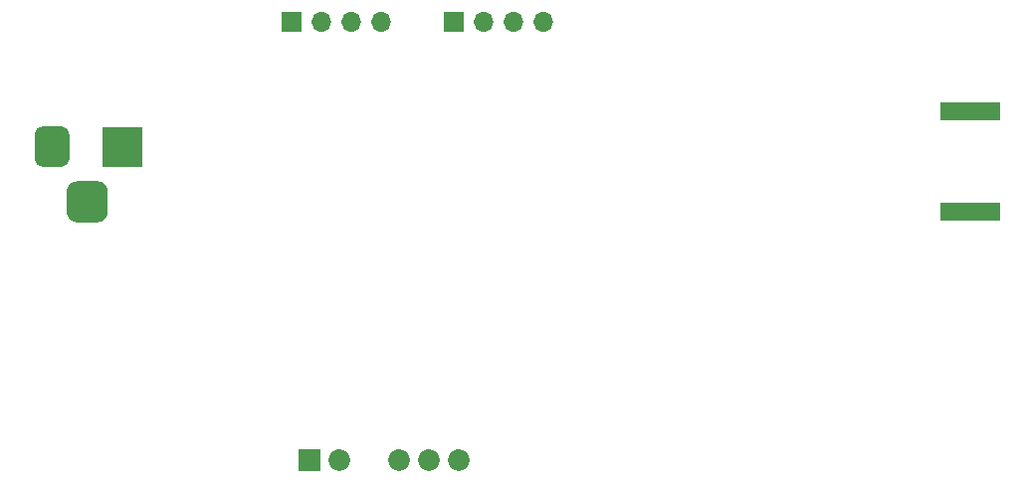
<source format=gbs>
G04 #@! TF.GenerationSoftware,KiCad,Pcbnew,(5.1.9)-1*
G04 #@! TF.CreationDate,2022-01-14T23:32:11+03:00*
G04 #@! TF.ProjectId,HW,48572e6b-6963-4616-945f-706362585858,rev?*
G04 #@! TF.SameCoordinates,Original*
G04 #@! TF.FileFunction,Soldermask,Bot*
G04 #@! TF.FilePolarity,Negative*
%FSLAX46Y46*%
G04 Gerber Fmt 4.6, Leading zero omitted, Abs format (unit mm)*
G04 Created by KiCad (PCBNEW (5.1.9)-1) date 2022-01-14 23:32:11*
%MOMM*%
%LPD*%
G01*
G04 APERTURE LIST*
%ADD10C,1.850000*%
%ADD11R,1.850000X1.850000*%
%ADD12O,1.700000X1.700000*%
%ADD13R,1.700000X1.700000*%
%ADD14R,3.500000X3.500000*%
%ADD15R,5.080000X1.500000*%
G04 APERTURE END LIST*
D10*
X143383000Y-101092000D03*
X140843000Y-101092000D03*
X138303000Y-101092000D03*
X133223000Y-101092000D03*
D11*
X130683000Y-101092000D03*
D12*
X150622000Y-63754000D03*
X148082000Y-63754000D03*
X145542000Y-63754000D03*
D13*
X143002000Y-63754000D03*
D12*
X136779000Y-63754000D03*
X134239000Y-63754000D03*
X131699000Y-63754000D03*
D13*
X129159000Y-63754000D03*
G36*
G01*
X110058000Y-79997000D02*
X110058000Y-78247000D01*
G75*
G02*
X110933000Y-77372000I875000J0D01*
G01*
X112683000Y-77372000D01*
G75*
G02*
X113558000Y-78247000I0J-875000D01*
G01*
X113558000Y-79997000D01*
G75*
G02*
X112683000Y-80872000I-875000J0D01*
G01*
X110933000Y-80872000D01*
G75*
G02*
X110058000Y-79997000I0J875000D01*
G01*
G37*
G36*
G01*
X107308000Y-75422000D02*
X107308000Y-73422000D01*
G75*
G02*
X108058000Y-72672000I750000J0D01*
G01*
X109558000Y-72672000D01*
G75*
G02*
X110308000Y-73422000I0J-750000D01*
G01*
X110308000Y-75422000D01*
G75*
G02*
X109558000Y-76172000I-750000J0D01*
G01*
X108058000Y-76172000D01*
G75*
G02*
X107308000Y-75422000I0J750000D01*
G01*
G37*
D14*
X114808000Y-74422000D03*
D15*
X186944000Y-71442000D03*
X186944000Y-79942000D03*
M02*

</source>
